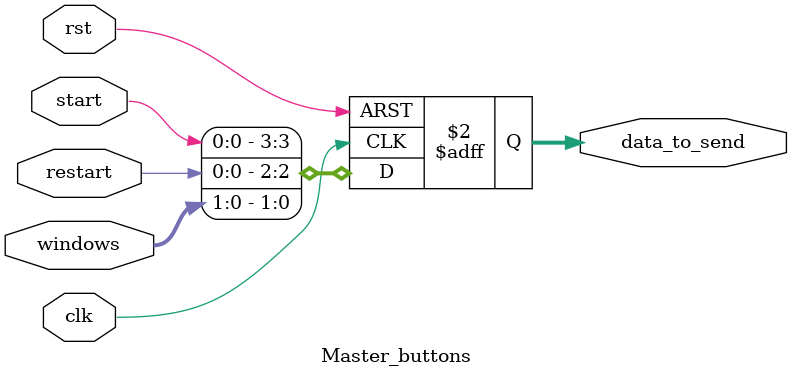
<source format=v>
`timescale 1ns / 1ps


module Master_buttons(
input wire clk, rst, start, restart,
input wire [1:0] windows,
output reg [3:0] data_to_send //dato che verrà poi inviato a spi master e inviati poi a Slave_buttons
);

always@(posedge clk, posedge rst)
if(rst) data_to_send <= 4'd0;
else data_to_send <= {start, restart, windows};

endmodule

</source>
